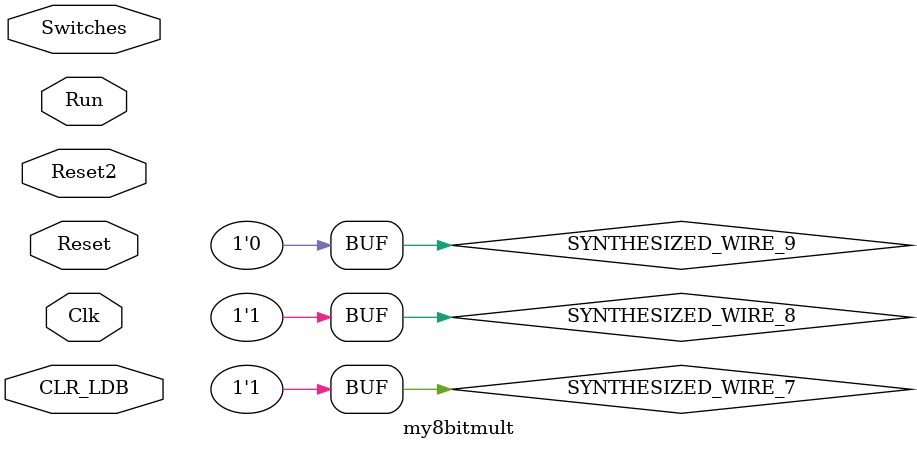
<source format=v>


module my8bitmult(
	CLR_LDB,
	Reset,
	Run,
	Clk,
	Reset2,
	Switches
);


input wire	CLR_LDB;
input wire	Reset;
input wire	Run;
input wire	Clk;
input wire	Reset2;
input wire	[7:0] Switches;

wire	[8:0] s;
wire	SYNTHESIZED_WIRE_0;
wire	SYNTHESIZED_WIRE_1;
wire	[7:0] SYNTHESIZED_WIRE_2;
wire	[7:0] SYNTHESIZED_WIRE_3;
wire	SYNTHESIZED_WIRE_4;
wire	SYNTHESIZED_WIRE_14;
wire	SYNTHESIZED_WIRE_15;
wire	SYNTHESIZED_WIRE_7;
wire	SYNTHESIZED_WIRE_8;
wire	SYNTHESIZED_WIRE_9;
wire	SYNTHESIZED_WIRE_11;
wire	SYNTHESIZED_WIRE_12;

assign	SYNTHESIZED_WIRE_7 = 1;
assign	SYNTHESIZED_WIRE_8 = 1;
assign	SYNTHESIZED_WIRE_9 = 0;





control	b2v_inst(
	.Clk(Clk),
	.Reset(Reset),
	.Run(Run),
	.ClearA_LoadB(CLR_LDB),
	.M(SYNTHESIZED_WIRE_0),
	
	.Clr_ld(SYNTHESIZED_WIRE_14),
	.Shift(SYNTHESIZED_WIRE_15),
	.Add(SYNTHESIZED_WIRE_12),
	.Sub(SYNTHESIZED_WIRE_1)
	
	
	
	
	);


ADD_SUB9	b2v_inst1(
	.fn(SYNTHESIZED_WIRE_1),
	.A(SYNTHESIZED_WIRE_2),
	.B(SYNTHESIZED_WIRE_3),
	.S(s));


reg_8	b2v_inst10(
	.Clk(Clk),
	.Reset(Reset),
	.Shift_In(SYNTHESIZED_WIRE_4),
	.Load(SYNTHESIZED_WIRE_14),
	.Shift_En(SYNTHESIZED_WIRE_15),
	.D(Switches),
	.Shift_Out(SYNTHESIZED_WIRE_0)
	);




reg_8	b2v_inst2(
	.Clk(Clk),
	.Reset(Reset2),
	
	.Load(SYNTHESIZED_WIRE_7),
	
	.D(Switches),
	
	.Data_out(SYNTHESIZED_WIRE_2));



DeeFF	b2v_inst5(
	.Clk(Clk),
	.Load(SYNTHESIZED_WIRE_8),
	.Reset(SYNTHESIZED_WIRE_9),
	.D(s[8]),
	.Q(SYNTHESIZED_WIRE_11));


reg_8	b2v_inst9(
	.Clk(Clk),
	.Reset(SYNTHESIZED_WIRE_14),
	.Shift_In(SYNTHESIZED_WIRE_11),
	.Load(SYNTHESIZED_WIRE_12),
	.Shift_En(SYNTHESIZED_WIRE_15),
	.D(s[7:0]),
	.Shift_Out(SYNTHESIZED_WIRE_4),
	.Data_out(SYNTHESIZED_WIRE_3));


endmodule

</source>
